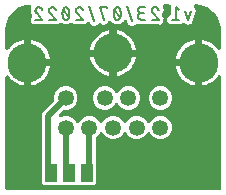
<source format=gbr>
G04 EAGLE Gerber RS-274X export*
G75*
%MOMM*%
%FSLAX34Y34*%
%LPD*%
%INBottom Copper*%
%IPPOS*%
%AMOC8*
5,1,8,0,0,1.08239X$1,22.5*%
G01*
%ADD10C,0.203200*%
%ADD11R,1.000000X1.500000*%
%ADD12C,3.316000*%
%ADD13C,1.350000*%
%ADD14C,0.508000*%

G36*
X184692Y3814D02*
X184692Y3814D01*
X184718Y3812D01*
X184865Y3834D01*
X185012Y3851D01*
X185037Y3859D01*
X185063Y3863D01*
X185201Y3918D01*
X185340Y3968D01*
X185362Y3982D01*
X185387Y3992D01*
X185508Y4077D01*
X185633Y4157D01*
X185651Y4176D01*
X185673Y4191D01*
X185772Y4301D01*
X185875Y4408D01*
X185889Y4430D01*
X185906Y4450D01*
X185978Y4580D01*
X186054Y4707D01*
X186062Y4732D01*
X186075Y4755D01*
X186115Y4898D01*
X186160Y5039D01*
X186162Y5065D01*
X186170Y5090D01*
X186189Y5334D01*
X186189Y99625D01*
X186186Y99651D01*
X186188Y99676D01*
X186166Y99824D01*
X186149Y99971D01*
X186141Y99995D01*
X186137Y100021D01*
X186082Y100159D01*
X186032Y100300D01*
X186018Y100321D01*
X186009Y100345D01*
X185924Y100467D01*
X185843Y100592D01*
X185824Y100610D01*
X185810Y100631D01*
X185699Y100731D01*
X185592Y100835D01*
X185570Y100848D01*
X185551Y100865D01*
X185421Y100937D01*
X185293Y101013D01*
X185269Y101021D01*
X185246Y101034D01*
X185103Y101074D01*
X184961Y101120D01*
X184936Y101122D01*
X184911Y101129D01*
X184762Y101136D01*
X184614Y101148D01*
X184589Y101144D01*
X184563Y101145D01*
X184417Y101118D01*
X184269Y101096D01*
X184245Y101086D01*
X184220Y101082D01*
X184084Y101022D01*
X183945Y100967D01*
X183924Y100953D01*
X183901Y100942D01*
X183781Y100853D01*
X183659Y100768D01*
X183642Y100749D01*
X183622Y100734D01*
X183458Y100553D01*
X182403Y99179D01*
X182403Y99178D01*
X182289Y99030D01*
X180470Y97211D01*
X178429Y95644D01*
X176200Y94358D01*
X173823Y93373D01*
X171338Y92707D01*
X170547Y92603D01*
X170547Y110476D01*
X170546Y110486D01*
X170546Y110490D01*
X170544Y110504D01*
X170546Y110528D01*
X170524Y110675D01*
X170507Y110822D01*
X170499Y110847D01*
X170495Y110873D01*
X170440Y111011D01*
X170390Y111150D01*
X170376Y111172D01*
X170366Y111197D01*
X170281Y111318D01*
X170201Y111443D01*
X170182Y111461D01*
X170167Y111483D01*
X170057Y111582D01*
X169950Y111685D01*
X169928Y111699D01*
X169908Y111716D01*
X169778Y111788D01*
X169651Y111864D01*
X169626Y111872D01*
X169603Y111885D01*
X169460Y111925D01*
X169319Y111970D01*
X169293Y111972D01*
X169268Y111979D01*
X169024Y111999D01*
X167499Y111999D01*
X167499Y112001D01*
X169024Y112001D01*
X169050Y112004D01*
X169076Y112002D01*
X169223Y112024D01*
X169370Y112041D01*
X169395Y112050D01*
X169421Y112053D01*
X169559Y112108D01*
X169698Y112158D01*
X169720Y112173D01*
X169745Y112182D01*
X169866Y112267D01*
X169991Y112347D01*
X170009Y112366D01*
X170031Y112381D01*
X170130Y112491D01*
X170233Y112598D01*
X170247Y112620D01*
X170264Y112640D01*
X170336Y112770D01*
X170412Y112897D01*
X170420Y112922D01*
X170433Y112945D01*
X170473Y113088D01*
X170518Y113229D01*
X170520Y113255D01*
X170528Y113280D01*
X170547Y113524D01*
X170547Y131397D01*
X171338Y131293D01*
X173823Y130627D01*
X176200Y129642D01*
X178429Y128356D01*
X180470Y126789D01*
X182289Y124970D01*
X183458Y123447D01*
X183475Y123429D01*
X183489Y123408D01*
X183596Y123304D01*
X183700Y123197D01*
X183721Y123183D01*
X183740Y123165D01*
X183868Y123089D01*
X183993Y123008D01*
X184017Y123000D01*
X184039Y122987D01*
X184181Y122941D01*
X184321Y122891D01*
X184346Y122888D01*
X184371Y122880D01*
X184519Y122868D01*
X184667Y122851D01*
X184693Y122854D01*
X184718Y122852D01*
X184866Y122875D01*
X185014Y122892D01*
X185037Y122900D01*
X185063Y122904D01*
X185202Y122959D01*
X185342Y123009D01*
X185363Y123023D01*
X185387Y123033D01*
X185509Y123118D01*
X185634Y123199D01*
X185652Y123217D01*
X185673Y123232D01*
X185773Y123342D01*
X185876Y123450D01*
X185889Y123472D01*
X185906Y123491D01*
X185978Y123621D01*
X186055Y123749D01*
X186062Y123773D01*
X186075Y123796D01*
X186116Y123939D01*
X186161Y124081D01*
X186163Y124106D01*
X186170Y124131D01*
X186189Y124375D01*
X186189Y140000D01*
X186184Y140042D01*
X186185Y140120D01*
X185942Y143196D01*
X185931Y143252D01*
X185929Y143309D01*
X185879Y143519D01*
X185876Y143538D01*
X185874Y143542D01*
X185873Y143547D01*
X183971Y149399D01*
X183923Y149505D01*
X183882Y149615D01*
X183843Y149678D01*
X183826Y149716D01*
X183799Y149751D01*
X183755Y149824D01*
X180138Y154801D01*
X180059Y154887D01*
X179987Y154979D01*
X179930Y155028D01*
X179903Y155058D01*
X179866Y155083D01*
X179801Y155138D01*
X174824Y158755D01*
X174722Y158812D01*
X174625Y158877D01*
X174556Y158906D01*
X174520Y158926D01*
X174477Y158939D01*
X174399Y158971D01*
X168547Y160873D01*
X168491Y160884D01*
X168437Y160904D01*
X168224Y160938D01*
X168206Y160942D01*
X168202Y160942D01*
X168196Y160942D01*
X165120Y161185D01*
X165077Y161183D01*
X165000Y161189D01*
X164851Y161189D01*
X164821Y161186D01*
X164791Y161188D01*
X164648Y161166D01*
X164505Y161149D01*
X164476Y161139D01*
X164447Y161135D01*
X164313Y161081D01*
X164177Y161032D01*
X164151Y161016D01*
X164123Y161004D01*
X164005Y160921D01*
X163884Y160843D01*
X163863Y160821D01*
X163838Y160804D01*
X163742Y160696D01*
X163642Y160592D01*
X163626Y160566D01*
X163606Y160544D01*
X163537Y160417D01*
X163463Y160293D01*
X163454Y160264D01*
X163439Y160238D01*
X163401Y160099D01*
X163357Y159961D01*
X163354Y159931D01*
X163346Y159902D01*
X163340Y159758D01*
X163329Y159614D01*
X163333Y159584D01*
X163332Y159554D01*
X163359Y159412D01*
X163380Y159269D01*
X163391Y159241D01*
X163397Y159212D01*
X163488Y158985D01*
X165111Y155740D01*
X162797Y148798D01*
X162793Y148780D01*
X162786Y148763D01*
X162757Y148610D01*
X162725Y148457D01*
X162726Y148438D01*
X162722Y148420D01*
X162729Y148265D01*
X162733Y148108D01*
X162738Y148090D01*
X162738Y148072D01*
X162750Y148024D01*
X162165Y146853D01*
X162152Y146817D01*
X162082Y146654D01*
X161665Y145402D01*
X161544Y145323D01*
X161531Y145310D01*
X161516Y145299D01*
X161410Y145184D01*
X161303Y145071D01*
X161293Y145055D01*
X161281Y145041D01*
X161255Y144999D01*
X160014Y144585D01*
X159979Y144569D01*
X159814Y144503D01*
X158634Y143913D01*
X158492Y143943D01*
X158474Y143942D01*
X158456Y143945D01*
X158300Y143938D01*
X158144Y143935D01*
X158126Y143930D01*
X158108Y143929D01*
X158060Y143918D01*
X156889Y144503D01*
X156853Y144516D01*
X156690Y144585D01*
X155030Y145139D01*
X155001Y145156D01*
X154908Y145185D01*
X154819Y145224D01*
X154743Y145237D01*
X154668Y145261D01*
X154571Y145268D01*
X154476Y145285D01*
X154398Y145281D01*
X154321Y145287D01*
X154225Y145272D01*
X154128Y145267D01*
X154053Y145246D01*
X153976Y145234D01*
X153886Y145198D01*
X153793Y145171D01*
X153725Y145133D01*
X153653Y145104D01*
X153574Y145048D01*
X153489Y145001D01*
X153408Y144932D01*
X153368Y144904D01*
X153345Y144878D01*
X153303Y144842D01*
X152712Y144251D01*
X143418Y144251D01*
X141037Y146632D01*
X141037Y150000D01*
X143554Y152517D01*
X143632Y152616D01*
X143717Y152710D01*
X143740Y152752D01*
X143770Y152790D01*
X143824Y152904D01*
X143886Y153015D01*
X143899Y153061D01*
X143919Y153105D01*
X143946Y153228D01*
X143980Y153350D01*
X143985Y153411D01*
X143993Y153446D01*
X143992Y153494D01*
X144000Y153594D01*
X144000Y158675D01*
X143994Y158724D01*
X143991Y158843D01*
X143881Y159834D01*
X143855Y159948D01*
X143837Y160063D01*
X143816Y160117D01*
X143803Y160174D01*
X143752Y160279D01*
X143709Y160387D01*
X143675Y160435D01*
X143650Y160487D01*
X143576Y160577D01*
X143510Y160673D01*
X143466Y160712D01*
X143429Y160757D01*
X143337Y160828D01*
X143251Y160906D01*
X143200Y160935D01*
X143154Y160970D01*
X143048Y161019D01*
X142946Y161075D01*
X142890Y161091D01*
X142837Y161115D01*
X142722Y161138D01*
X142610Y161170D01*
X142536Y161176D01*
X142495Y161184D01*
X142450Y161183D01*
X142367Y161189D01*
X138387Y161189D01*
X138298Y161179D01*
X138208Y161179D01*
X138125Y161159D01*
X138041Y161149D01*
X137956Y161119D01*
X137868Y161098D01*
X137793Y161060D01*
X137713Y161032D01*
X137637Y160983D01*
X137556Y160943D01*
X137491Y160889D01*
X137420Y160843D01*
X137357Y160778D01*
X137288Y160721D01*
X137237Y160653D01*
X137178Y160592D01*
X137132Y160515D01*
X137077Y160443D01*
X137042Y160366D01*
X136999Y160293D01*
X136972Y160207D01*
X136935Y160125D01*
X136919Y160042D01*
X136893Y159961D01*
X136886Y159871D01*
X136868Y159783D01*
X136872Y159698D01*
X136865Y159614D01*
X136878Y159525D01*
X136882Y159435D01*
X136909Y159319D01*
X136916Y159269D01*
X136927Y159242D01*
X136938Y159197D01*
X137369Y157866D01*
X137369Y157865D01*
X137888Y156264D01*
X136171Y152902D01*
X136144Y152831D01*
X136109Y152764D01*
X136083Y152668D01*
X136049Y152575D01*
X136039Y152500D01*
X136020Y152428D01*
X136017Y152328D01*
X136004Y152230D01*
X136012Y152155D01*
X136009Y152079D01*
X136029Y151982D01*
X136039Y151883D01*
X136064Y151811D01*
X136079Y151738D01*
X136120Y151647D01*
X136152Y151553D01*
X136192Y151489D01*
X136224Y151421D01*
X136312Y151297D01*
X136337Y151258D01*
X136350Y151245D01*
X136366Y151222D01*
X136453Y151121D01*
X136484Y151091D01*
X136536Y151030D01*
X137635Y149932D01*
X137641Y149899D01*
X137687Y149799D01*
X137698Y149769D01*
X137572Y148213D01*
X137573Y148170D01*
X137567Y148090D01*
X137567Y146536D01*
X137548Y146508D01*
X137510Y146405D01*
X137496Y146376D01*
X136307Y145366D01*
X136278Y145334D01*
X136216Y145282D01*
X135118Y144183D01*
X135085Y144177D01*
X134985Y144131D01*
X134955Y144120D01*
X133399Y144246D01*
X133356Y144245D01*
X133276Y144251D01*
X125889Y144251D01*
X125880Y144258D01*
X125863Y144278D01*
X125744Y144367D01*
X125628Y144459D01*
X125604Y144470D01*
X125583Y144486D01*
X125447Y144544D01*
X125313Y144608D01*
X125287Y144613D01*
X125263Y144624D01*
X125117Y144650D01*
X124972Y144681D01*
X124946Y144681D01*
X124920Y144685D01*
X124772Y144678D01*
X124624Y144675D01*
X124598Y144669D01*
X124572Y144667D01*
X124430Y144626D01*
X124286Y144590D01*
X124262Y144578D01*
X124237Y144571D01*
X124108Y144498D01*
X123976Y144430D01*
X123956Y144413D01*
X123933Y144401D01*
X123757Y144251D01*
X117226Y144251D01*
X116387Y144735D01*
X116302Y144772D01*
X116222Y144818D01*
X116143Y144841D01*
X116067Y144874D01*
X115976Y144890D01*
X115888Y144917D01*
X115806Y144922D01*
X115724Y144936D01*
X115632Y144932D01*
X115540Y144937D01*
X115459Y144923D01*
X115376Y144919D01*
X115287Y144893D01*
X115196Y144878D01*
X115121Y144846D01*
X115041Y144823D01*
X114961Y144778D01*
X114875Y144742D01*
X114809Y144693D01*
X114737Y144653D01*
X114669Y144591D01*
X114594Y144537D01*
X114540Y144474D01*
X114479Y144419D01*
X114426Y144343D01*
X114366Y144273D01*
X114309Y144173D01*
X114281Y144132D01*
X114270Y144104D01*
X114245Y144060D01*
X114164Y143886D01*
X110999Y142735D01*
X107948Y144159D01*
X106861Y147148D01*
X106858Y147154D01*
X106856Y147161D01*
X106780Y147310D01*
X106705Y147460D01*
X106701Y147465D01*
X106698Y147471D01*
X106590Y147598D01*
X106483Y147728D01*
X106477Y147732D01*
X106473Y147737D01*
X106339Y147837D01*
X106205Y147939D01*
X106199Y147941D01*
X106193Y147945D01*
X106040Y148012D01*
X105887Y148080D01*
X105880Y148082D01*
X105874Y148084D01*
X105709Y148115D01*
X105544Y148146D01*
X105538Y148146D01*
X105531Y148147D01*
X105363Y148139D01*
X105196Y148133D01*
X105190Y148131D01*
X105183Y148131D01*
X105022Y148085D01*
X104860Y148040D01*
X104854Y148037D01*
X104848Y148035D01*
X104701Y147954D01*
X104554Y147874D01*
X104549Y147869D01*
X104543Y147866D01*
X104417Y147752D01*
X104294Y147642D01*
X104290Y147637D01*
X104285Y147632D01*
X104188Y147493D01*
X104093Y147358D01*
X104090Y147351D01*
X104086Y147346D01*
X103989Y147121D01*
X103804Y146582D01*
X103750Y146544D01*
X103723Y146519D01*
X103718Y146515D01*
X103669Y146486D01*
X100540Y144251D01*
X96529Y144251D01*
X93401Y146486D01*
X93376Y146500D01*
X93367Y146509D01*
X93347Y146521D01*
X93320Y146544D01*
X92883Y146856D01*
X92790Y146908D01*
X92701Y146967D01*
X92638Y146992D01*
X92578Y147025D01*
X92476Y147054D01*
X92376Y147092D01*
X92308Y147101D01*
X92243Y147120D01*
X92136Y147125D01*
X92031Y147139D01*
X91963Y147133D01*
X91895Y147136D01*
X91790Y147117D01*
X91684Y147107D01*
X91619Y147085D01*
X91552Y147073D01*
X91454Y147030D01*
X91353Y146996D01*
X91295Y146961D01*
X91233Y146933D01*
X91147Y146870D01*
X91056Y146814D01*
X91008Y146766D01*
X90953Y146725D01*
X90884Y146643D01*
X90809Y146568D01*
X90758Y146494D01*
X90729Y146459D01*
X90711Y146424D01*
X90672Y146366D01*
X89815Y144850D01*
X86570Y143949D01*
X84537Y145098D01*
X84459Y145131D01*
X84384Y145174D01*
X84298Y145199D01*
X84216Y145234D01*
X84132Y145248D01*
X84050Y145273D01*
X83961Y145278D01*
X83873Y145293D01*
X83787Y145288D01*
X83702Y145293D01*
X83614Y145278D01*
X83525Y145273D01*
X83443Y145248D01*
X83359Y145234D01*
X83276Y145199D01*
X83191Y145174D01*
X83116Y145131D01*
X83038Y145098D01*
X82965Y145045D01*
X82888Y145001D01*
X82825Y144943D01*
X82756Y144893D01*
X82698Y144825D01*
X82632Y144764D01*
X82584Y144694D01*
X82528Y144629D01*
X82465Y144517D01*
X82437Y144476D01*
X82427Y144452D01*
X82407Y144416D01*
X82160Y143886D01*
X78995Y142735D01*
X75944Y144159D01*
X75497Y145388D01*
X75442Y145497D01*
X75395Y145611D01*
X75365Y145653D01*
X75341Y145700D01*
X75263Y145794D01*
X75192Y145893D01*
X75152Y145928D01*
X75119Y145968D01*
X75021Y146042D01*
X74929Y146123D01*
X74883Y146147D01*
X74841Y146179D01*
X74729Y146229D01*
X74621Y146286D01*
X74571Y146299D01*
X74523Y146321D01*
X74402Y146344D01*
X74284Y146375D01*
X74232Y146377D01*
X74180Y146387D01*
X74058Y146382D01*
X73936Y146385D01*
X73885Y146375D01*
X73832Y146373D01*
X73714Y146341D01*
X73594Y146316D01*
X73547Y146294D01*
X73496Y146281D01*
X73389Y146222D01*
X73277Y146171D01*
X73223Y146132D01*
X73190Y146114D01*
X73155Y146083D01*
X73079Y146028D01*
X72299Y145366D01*
X72270Y145334D01*
X72209Y145282D01*
X71110Y144183D01*
X71077Y144177D01*
X70977Y144131D01*
X70947Y144120D01*
X69391Y144246D01*
X69348Y144245D01*
X69268Y144251D01*
X61884Y144251D01*
X60806Y145330D01*
X60747Y145376D01*
X60695Y145430D01*
X60611Y145484D01*
X60533Y145546D01*
X60465Y145578D01*
X60402Y145619D01*
X60308Y145652D01*
X60218Y145695D01*
X60144Y145711D01*
X60073Y145736D01*
X59974Y145747D01*
X59877Y145768D01*
X59802Y145767D01*
X59727Y145776D01*
X59628Y145764D01*
X59528Y145762D01*
X59456Y145744D01*
X59381Y145735D01*
X59287Y145702D01*
X59190Y145677D01*
X59124Y145643D01*
X59053Y145618D01*
X58922Y145539D01*
X58881Y145518D01*
X58867Y145506D01*
X58843Y145492D01*
X57106Y144251D01*
X53096Y144251D01*
X51363Y145489D01*
X51352Y145495D01*
X51341Y145504D01*
X51199Y145580D01*
X51058Y145657D01*
X51045Y145661D01*
X51034Y145667D01*
X50878Y145709D01*
X50723Y145753D01*
X50710Y145753D01*
X50697Y145757D01*
X50536Y145761D01*
X50375Y145769D01*
X50362Y145767D01*
X50348Y145767D01*
X50191Y145735D01*
X50032Y145706D01*
X50020Y145700D01*
X50007Y145698D01*
X49860Y145631D01*
X49713Y145566D01*
X49702Y145558D01*
X49690Y145553D01*
X49491Y145410D01*
X49439Y145366D01*
X49410Y145334D01*
X49349Y145282D01*
X48250Y144183D01*
X48217Y144177D01*
X48117Y144131D01*
X48087Y144120D01*
X46531Y144246D01*
X46488Y144245D01*
X46408Y144251D01*
X39022Y144251D01*
X39013Y144258D01*
X38996Y144278D01*
X38876Y144367D01*
X38760Y144459D01*
X38736Y144470D01*
X38715Y144486D01*
X38579Y144544D01*
X38445Y144608D01*
X38419Y144613D01*
X38395Y144624D01*
X38249Y144650D01*
X38104Y144681D01*
X38078Y144681D01*
X38052Y144685D01*
X37904Y144678D01*
X37756Y144675D01*
X37730Y144669D01*
X37704Y144667D01*
X37562Y144626D01*
X37418Y144590D01*
X37395Y144578D01*
X37369Y144571D01*
X37240Y144498D01*
X37108Y144430D01*
X37088Y144413D01*
X37065Y144401D01*
X36879Y144242D01*
X36820Y144183D01*
X36787Y144177D01*
X36687Y144131D01*
X36657Y144120D01*
X35101Y144246D01*
X35058Y144245D01*
X34978Y144251D01*
X27594Y144251D01*
X25213Y146632D01*
X25213Y150000D01*
X25952Y150739D01*
X26005Y150806D01*
X26066Y150867D01*
X26113Y150942D01*
X26169Y151012D01*
X26205Y151089D01*
X26251Y151162D01*
X26280Y151246D01*
X26318Y151327D01*
X26336Y151411D01*
X26363Y151492D01*
X26372Y151581D01*
X26391Y151668D01*
X26390Y151753D01*
X26398Y151839D01*
X26387Y151927D01*
X26385Y152016D01*
X26364Y152099D01*
X26353Y152184D01*
X26312Y152306D01*
X26300Y152354D01*
X26288Y152377D01*
X26275Y152416D01*
X26255Y152464D01*
X26202Y152556D01*
X26158Y152652D01*
X26105Y152726D01*
X26082Y152767D01*
X26055Y152795D01*
X26015Y152851D01*
X25958Y152918D01*
X25955Y152943D01*
X25951Y153045D01*
X25932Y153115D01*
X25923Y153188D01*
X25872Y153338D01*
X25861Y153381D01*
X25853Y153396D01*
X25845Y153420D01*
X25525Y154168D01*
X25442Y154312D01*
X25360Y154458D01*
X25354Y154465D01*
X25351Y154470D01*
X25335Y154488D01*
X25213Y154631D01*
X25213Y158121D01*
X25634Y158851D01*
X25688Y158975D01*
X25748Y159096D01*
X25757Y159134D01*
X25773Y159170D01*
X25797Y159303D01*
X25828Y159435D01*
X25828Y159475D01*
X25835Y159513D01*
X25828Y159648D01*
X25829Y159784D01*
X25820Y159822D01*
X25818Y159861D01*
X25780Y159992D01*
X25750Y160123D01*
X25733Y160158D01*
X25722Y160196D01*
X25656Y160315D01*
X25596Y160436D01*
X25571Y160466D01*
X25552Y160501D01*
X25461Y160601D01*
X25376Y160706D01*
X25344Y160730D01*
X25318Y160759D01*
X25206Y160836D01*
X25099Y160918D01*
X25063Y160934D01*
X25031Y160957D01*
X24905Y161006D01*
X24782Y161062D01*
X24743Y161070D01*
X24707Y161084D01*
X24572Y161104D01*
X24440Y161130D01*
X24392Y161130D01*
X24362Y161135D01*
X24312Y161130D01*
X24196Y161131D01*
X21804Y160942D01*
X21748Y160931D01*
X21691Y160929D01*
X21480Y160879D01*
X21462Y160876D01*
X21458Y160874D01*
X21453Y160873D01*
X15601Y158971D01*
X15495Y158923D01*
X15385Y158882D01*
X15322Y158843D01*
X15284Y158826D01*
X15249Y158799D01*
X15176Y158755D01*
X10199Y155138D01*
X10113Y155059D01*
X10021Y154987D01*
X9972Y154930D01*
X9942Y154903D01*
X9917Y154866D01*
X9862Y154801D01*
X6245Y149824D01*
X6188Y149722D01*
X6123Y149625D01*
X6094Y149556D01*
X6074Y149520D01*
X6061Y149477D01*
X6029Y149399D01*
X4127Y143547D01*
X4116Y143491D01*
X4096Y143437D01*
X4062Y143224D01*
X4058Y143206D01*
X4058Y143202D01*
X4058Y143196D01*
X3815Y140120D01*
X3817Y140077D01*
X3811Y140000D01*
X3811Y124375D01*
X3814Y124349D01*
X3812Y124324D01*
X3834Y124176D01*
X3851Y124028D01*
X3859Y124004D01*
X3863Y123979D01*
X3918Y123840D01*
X3968Y123700D01*
X3982Y123679D01*
X3991Y123655D01*
X4076Y123533D01*
X4157Y123408D01*
X4175Y123390D01*
X4190Y123369D01*
X4301Y123269D01*
X4408Y123165D01*
X4430Y123152D01*
X4449Y123135D01*
X4579Y123063D01*
X4707Y122987D01*
X4731Y122979D01*
X4754Y122966D01*
X4897Y122926D01*
X5039Y122880D01*
X5064Y122878D01*
X5089Y122871D01*
X5238Y122864D01*
X5386Y122852D01*
X5411Y122856D01*
X5437Y122855D01*
X5583Y122882D01*
X5731Y122904D01*
X5755Y122914D01*
X5780Y122918D01*
X5916Y122978D01*
X6055Y123033D01*
X6076Y123047D01*
X6099Y123058D01*
X6219Y123147D01*
X6341Y123232D01*
X6358Y123251D01*
X6378Y123266D01*
X6542Y123447D01*
X7538Y124744D01*
X7538Y124745D01*
X7711Y124970D01*
X9530Y126789D01*
X11571Y128356D01*
X13800Y129642D01*
X16177Y130627D01*
X18662Y131293D01*
X19453Y131397D01*
X19453Y113524D01*
X19456Y113498D01*
X19454Y113472D01*
X19476Y113325D01*
X19493Y113178D01*
X19501Y113153D01*
X19505Y113127D01*
X19560Y112989D01*
X19610Y112850D01*
X19624Y112828D01*
X19634Y112803D01*
X19719Y112682D01*
X19799Y112557D01*
X19818Y112539D01*
X19833Y112517D01*
X19943Y112418D01*
X20050Y112315D01*
X20072Y112301D01*
X20092Y112284D01*
X20222Y112212D01*
X20349Y112136D01*
X20374Y112128D01*
X20397Y112115D01*
X20540Y112075D01*
X20681Y112030D01*
X20707Y112028D01*
X20732Y112021D01*
X20976Y112001D01*
X22501Y112001D01*
X22501Y111999D01*
X20976Y111999D01*
X20950Y111996D01*
X20924Y111998D01*
X20777Y111976D01*
X20630Y111959D01*
X20605Y111950D01*
X20579Y111947D01*
X20441Y111892D01*
X20302Y111842D01*
X20280Y111827D01*
X20255Y111818D01*
X20134Y111733D01*
X20009Y111653D01*
X19991Y111634D01*
X19969Y111619D01*
X19870Y111509D01*
X19767Y111402D01*
X19753Y111380D01*
X19736Y111360D01*
X19664Y111230D01*
X19588Y111103D01*
X19580Y111078D01*
X19567Y111055D01*
X19527Y110912D01*
X19482Y110771D01*
X19480Y110745D01*
X19472Y110720D01*
X19453Y110476D01*
X19453Y92603D01*
X18662Y92707D01*
X16177Y93373D01*
X13800Y94358D01*
X11571Y95644D01*
X9530Y97211D01*
X7711Y99030D01*
X6542Y100553D01*
X6525Y100571D01*
X6511Y100592D01*
X6403Y100696D01*
X6300Y100803D01*
X6279Y100817D01*
X6260Y100835D01*
X6132Y100911D01*
X6007Y100992D01*
X5983Y101000D01*
X5961Y101013D01*
X5820Y101059D01*
X5679Y101109D01*
X5654Y101112D01*
X5629Y101120D01*
X5481Y101132D01*
X5333Y101149D01*
X5307Y101146D01*
X5282Y101148D01*
X5134Y101126D01*
X4986Y101108D01*
X4962Y101100D01*
X4937Y101096D01*
X4799Y101041D01*
X4658Y100991D01*
X4637Y100977D01*
X4613Y100967D01*
X4491Y100882D01*
X4366Y100801D01*
X4348Y100783D01*
X4327Y100768D01*
X4228Y100658D01*
X4124Y100550D01*
X4111Y100528D01*
X4094Y100510D01*
X4022Y100379D01*
X3945Y100251D01*
X3938Y100227D01*
X3925Y100204D01*
X3885Y100061D01*
X3839Y99919D01*
X3837Y99894D01*
X3830Y99869D01*
X3811Y99625D01*
X3811Y5334D01*
X3814Y5308D01*
X3812Y5282D01*
X3834Y5135D01*
X3851Y4988D01*
X3859Y4963D01*
X3863Y4937D01*
X3918Y4799D01*
X3968Y4660D01*
X3982Y4638D01*
X3992Y4613D01*
X4077Y4492D01*
X4157Y4367D01*
X4176Y4349D01*
X4191Y4327D01*
X4301Y4228D01*
X4408Y4125D01*
X4430Y4111D01*
X4450Y4094D01*
X4580Y4022D01*
X4707Y3946D01*
X4732Y3938D01*
X4755Y3925D01*
X4898Y3885D01*
X5039Y3840D01*
X5065Y3838D01*
X5090Y3830D01*
X5334Y3811D01*
X184666Y3811D01*
X184692Y3814D01*
G37*
%LPC*%
G36*
X36237Y8201D02*
X36237Y8201D01*
X34451Y9987D01*
X34451Y23489D01*
X34451Y23491D01*
X34451Y23493D01*
X34431Y23665D01*
X34411Y23835D01*
X34411Y68112D01*
X35262Y70166D01*
X37048Y71952D01*
X44755Y79659D01*
X44834Y79758D01*
X44918Y79852D01*
X44942Y79894D01*
X44972Y79932D01*
X45026Y80046D01*
X45087Y80157D01*
X45100Y80203D01*
X45121Y80247D01*
X45147Y80370D01*
X45182Y80492D01*
X45187Y80553D01*
X45194Y80588D01*
X45193Y80636D01*
X45201Y80736D01*
X45201Y83949D01*
X46693Y87551D01*
X49449Y90307D01*
X53051Y91799D01*
X56949Y91799D01*
X60551Y90307D01*
X63307Y87551D01*
X64799Y83949D01*
X64799Y80051D01*
X63307Y76449D01*
X60551Y73693D01*
X56949Y72201D01*
X53736Y72201D01*
X53610Y72187D01*
X53484Y72180D01*
X53438Y72167D01*
X53390Y72161D01*
X53271Y72119D01*
X53149Y72084D01*
X53107Y72060D01*
X53062Y72044D01*
X52955Y71975D01*
X52845Y71914D01*
X52799Y71874D01*
X52769Y71855D01*
X52735Y71820D01*
X52659Y71755D01*
X49335Y68432D01*
X49304Y68392D01*
X49267Y68358D01*
X49196Y68256D01*
X49119Y68159D01*
X49097Y68113D01*
X49069Y68072D01*
X49023Y67956D01*
X48970Y67844D01*
X48959Y67794D01*
X48941Y67747D01*
X48923Y67624D01*
X48896Y67503D01*
X48897Y67453D01*
X48890Y67403D01*
X48900Y67278D01*
X48902Y67154D01*
X48915Y67106D01*
X48919Y67055D01*
X48957Y66937D01*
X48987Y66816D01*
X49010Y66772D01*
X49026Y66724D01*
X49090Y66617D01*
X49147Y66507D01*
X49180Y66468D01*
X49206Y66425D01*
X49292Y66336D01*
X49373Y66241D01*
X49413Y66211D01*
X49448Y66175D01*
X49553Y66108D01*
X49653Y66034D01*
X49699Y66014D01*
X49742Y65987D01*
X49859Y65945D01*
X49973Y65896D01*
X50023Y65887D01*
X50070Y65870D01*
X50194Y65856D01*
X50316Y65834D01*
X50367Y65837D01*
X50417Y65831D01*
X50540Y65846D01*
X50664Y65852D01*
X50713Y65866D01*
X50763Y65872D01*
X50995Y65947D01*
X50999Y65949D01*
X53051Y66799D01*
X56949Y66799D01*
X60551Y65307D01*
X63307Y62551D01*
X63593Y61861D01*
X63641Y61773D01*
X63681Y61681D01*
X63726Y61621D01*
X63762Y61556D01*
X63829Y61482D01*
X63889Y61401D01*
X63946Y61353D01*
X63996Y61298D01*
X64079Y61241D01*
X64155Y61176D01*
X64221Y61142D01*
X64283Y61100D01*
X64376Y61063D01*
X64466Y61017D01*
X64538Y60999D01*
X64607Y60972D01*
X64706Y60957D01*
X64804Y60933D01*
X64878Y60932D01*
X64952Y60921D01*
X65052Y60929D01*
X65152Y60928D01*
X65225Y60944D01*
X65299Y60950D01*
X65395Y60981D01*
X65493Y61002D01*
X65560Y61034D01*
X65631Y61057D01*
X65717Y61109D01*
X65808Y61152D01*
X65865Y61198D01*
X65929Y61237D01*
X66002Y61307D01*
X66080Y61369D01*
X66126Y61428D01*
X66179Y61480D01*
X66234Y61564D01*
X66296Y61643D01*
X66342Y61732D01*
X66368Y61773D01*
X66380Y61806D01*
X66407Y61861D01*
X66693Y62551D01*
X69449Y65307D01*
X73051Y66799D01*
X76949Y66799D01*
X80551Y65307D01*
X83307Y62551D01*
X83593Y61861D01*
X83641Y61773D01*
X83681Y61681D01*
X83726Y61621D01*
X83762Y61556D01*
X83829Y61482D01*
X83889Y61401D01*
X83946Y61353D01*
X83996Y61298D01*
X84079Y61241D01*
X84155Y61176D01*
X84221Y61142D01*
X84283Y61100D01*
X84376Y61063D01*
X84466Y61017D01*
X84538Y60999D01*
X84607Y60972D01*
X84706Y60957D01*
X84804Y60933D01*
X84878Y60932D01*
X84952Y60921D01*
X85052Y60929D01*
X85152Y60928D01*
X85225Y60944D01*
X85299Y60950D01*
X85395Y60981D01*
X85493Y61002D01*
X85560Y61034D01*
X85631Y61057D01*
X85717Y61109D01*
X85808Y61152D01*
X85865Y61198D01*
X85929Y61237D01*
X86002Y61307D01*
X86080Y61369D01*
X86126Y61428D01*
X86179Y61480D01*
X86234Y61564D01*
X86296Y61643D01*
X86342Y61732D01*
X86368Y61773D01*
X86380Y61806D01*
X86407Y61861D01*
X86693Y62551D01*
X89449Y65307D01*
X93051Y66799D01*
X96949Y66799D01*
X100551Y65307D01*
X103307Y62551D01*
X103593Y61861D01*
X103642Y61773D01*
X103682Y61681D01*
X103726Y61621D01*
X103762Y61556D01*
X103830Y61482D01*
X103889Y61401D01*
X103946Y61353D01*
X103996Y61298D01*
X104079Y61241D01*
X104155Y61176D01*
X104222Y61142D01*
X104283Y61100D01*
X104376Y61063D01*
X104466Y61017D01*
X104538Y60999D01*
X104607Y60972D01*
X104707Y60957D01*
X104804Y60933D01*
X104878Y60932D01*
X104952Y60921D01*
X105052Y60929D01*
X105152Y60928D01*
X105225Y60944D01*
X105299Y60950D01*
X105395Y60981D01*
X105493Y61002D01*
X105560Y61034D01*
X105631Y61057D01*
X105717Y61109D01*
X105808Y61152D01*
X105866Y61198D01*
X105929Y61237D01*
X106002Y61307D01*
X106080Y61369D01*
X106126Y61428D01*
X106179Y61480D01*
X106234Y61564D01*
X106296Y61643D01*
X106342Y61732D01*
X106368Y61773D01*
X106380Y61807D01*
X106407Y61861D01*
X106693Y62551D01*
X109449Y65307D01*
X113051Y66799D01*
X116949Y66799D01*
X120551Y65307D01*
X123307Y62551D01*
X123593Y61861D01*
X123642Y61773D01*
X123682Y61681D01*
X123726Y61621D01*
X123762Y61556D01*
X123830Y61482D01*
X123889Y61401D01*
X123946Y61353D01*
X123996Y61298D01*
X124079Y61241D01*
X124155Y61176D01*
X124222Y61142D01*
X124283Y61100D01*
X124376Y61063D01*
X124466Y61017D01*
X124538Y60999D01*
X124607Y60972D01*
X124707Y60957D01*
X124804Y60933D01*
X124878Y60932D01*
X124952Y60921D01*
X125052Y60929D01*
X125152Y60928D01*
X125225Y60944D01*
X125299Y60950D01*
X125395Y60981D01*
X125493Y61002D01*
X125560Y61034D01*
X125631Y61057D01*
X125717Y61109D01*
X125808Y61152D01*
X125866Y61198D01*
X125929Y61237D01*
X126002Y61307D01*
X126080Y61369D01*
X126126Y61428D01*
X126179Y61480D01*
X126234Y61564D01*
X126296Y61643D01*
X126342Y61732D01*
X126368Y61773D01*
X126380Y61807D01*
X126407Y61861D01*
X126693Y62551D01*
X129449Y65307D01*
X133051Y66799D01*
X136949Y66799D01*
X140551Y65307D01*
X143307Y62551D01*
X144799Y58949D01*
X144799Y55051D01*
X143307Y51449D01*
X140551Y48693D01*
X136949Y47201D01*
X133051Y47201D01*
X129449Y48693D01*
X126693Y51449D01*
X126407Y52139D01*
X126359Y52227D01*
X126319Y52319D01*
X126274Y52379D01*
X126238Y52444D01*
X126171Y52518D01*
X126111Y52599D01*
X126054Y52647D01*
X126004Y52702D01*
X125921Y52759D01*
X125845Y52824D01*
X125779Y52858D01*
X125717Y52900D01*
X125624Y52937D01*
X125534Y52983D01*
X125462Y53001D01*
X125393Y53028D01*
X125294Y53043D01*
X125196Y53067D01*
X125122Y53068D01*
X125048Y53079D01*
X124948Y53071D01*
X124848Y53072D01*
X124775Y53056D01*
X124701Y53050D01*
X124605Y53019D01*
X124507Y52998D01*
X124440Y52966D01*
X124369Y52943D01*
X124283Y52891D01*
X124192Y52848D01*
X124135Y52802D01*
X124071Y52763D01*
X123998Y52693D01*
X123920Y52631D01*
X123874Y52572D01*
X123821Y52520D01*
X123766Y52436D01*
X123704Y52357D01*
X123658Y52268D01*
X123632Y52227D01*
X123620Y52194D01*
X123593Y52139D01*
X123307Y51449D01*
X120551Y48693D01*
X116949Y47201D01*
X113051Y47201D01*
X109449Y48693D01*
X106693Y51449D01*
X106407Y52139D01*
X106359Y52227D01*
X106319Y52319D01*
X106274Y52379D01*
X106238Y52444D01*
X106171Y52518D01*
X106111Y52599D01*
X106054Y52647D01*
X106004Y52702D01*
X105921Y52759D01*
X105845Y52824D01*
X105779Y52858D01*
X105717Y52900D01*
X105624Y52937D01*
X105534Y52983D01*
X105462Y53001D01*
X105393Y53028D01*
X105294Y53043D01*
X105196Y53067D01*
X105122Y53068D01*
X105048Y53079D01*
X104948Y53071D01*
X104848Y53072D01*
X104775Y53056D01*
X104701Y53050D01*
X104605Y53019D01*
X104507Y52998D01*
X104440Y52966D01*
X104369Y52943D01*
X104283Y52891D01*
X104192Y52848D01*
X104135Y52802D01*
X104071Y52763D01*
X103998Y52693D01*
X103920Y52631D01*
X103874Y52572D01*
X103821Y52520D01*
X103766Y52436D01*
X103704Y52357D01*
X103658Y52268D01*
X103632Y52227D01*
X103620Y52194D01*
X103593Y52139D01*
X103307Y51449D01*
X100551Y48693D01*
X96949Y47201D01*
X93051Y47201D01*
X89449Y48693D01*
X86693Y51449D01*
X86407Y52139D01*
X86358Y52227D01*
X86318Y52319D01*
X86274Y52379D01*
X86238Y52444D01*
X86170Y52518D01*
X86111Y52599D01*
X86054Y52647D01*
X86004Y52702D01*
X85921Y52759D01*
X85845Y52824D01*
X85778Y52858D01*
X85717Y52900D01*
X85624Y52937D01*
X85534Y52983D01*
X85462Y53001D01*
X85393Y53028D01*
X85293Y53043D01*
X85196Y53067D01*
X85122Y53068D01*
X85048Y53079D01*
X84948Y53071D01*
X84848Y53072D01*
X84775Y53056D01*
X84701Y53050D01*
X84605Y53019D01*
X84507Y52998D01*
X84440Y52966D01*
X84369Y52943D01*
X84283Y52891D01*
X84192Y52848D01*
X84134Y52802D01*
X84071Y52763D01*
X83998Y52693D01*
X83920Y52631D01*
X83874Y52572D01*
X83821Y52520D01*
X83766Y52436D01*
X83704Y52357D01*
X83658Y52268D01*
X83632Y52227D01*
X83620Y52193D01*
X83593Y52139D01*
X83307Y51449D01*
X81035Y49177D01*
X80956Y49078D01*
X80872Y48985D01*
X80848Y48942D01*
X80818Y48904D01*
X80764Y48790D01*
X80703Y48679D01*
X80690Y48633D01*
X80669Y48589D01*
X80643Y48466D01*
X80608Y48344D01*
X80603Y48283D01*
X80596Y48249D01*
X80597Y48201D01*
X80589Y48100D01*
X80589Y23806D01*
X80569Y23737D01*
X80569Y23735D01*
X80568Y23733D01*
X80549Y23489D01*
X80549Y9987D01*
X78763Y8201D01*
X66237Y8201D01*
X66077Y8361D01*
X66057Y8378D01*
X66040Y8398D01*
X65920Y8486D01*
X65804Y8578D01*
X65780Y8589D01*
X65759Y8605D01*
X65623Y8663D01*
X65489Y8727D01*
X65463Y8732D01*
X65439Y8743D01*
X65293Y8769D01*
X65148Y8800D01*
X65122Y8800D01*
X65096Y8804D01*
X64948Y8797D01*
X64800Y8794D01*
X64774Y8788D01*
X64748Y8787D01*
X64606Y8745D01*
X64462Y8709D01*
X64438Y8697D01*
X64413Y8690D01*
X64284Y8618D01*
X64152Y8550D01*
X64132Y8533D01*
X64109Y8520D01*
X63923Y8361D01*
X63763Y8201D01*
X51237Y8201D01*
X51077Y8361D01*
X51057Y8378D01*
X51040Y8398D01*
X50920Y8486D01*
X50804Y8578D01*
X50780Y8589D01*
X50759Y8605D01*
X50623Y8663D01*
X50489Y8727D01*
X50463Y8732D01*
X50439Y8743D01*
X50293Y8769D01*
X50148Y8800D01*
X50122Y8800D01*
X50096Y8804D01*
X49948Y8797D01*
X49800Y8794D01*
X49774Y8788D01*
X49748Y8787D01*
X49606Y8745D01*
X49462Y8709D01*
X49439Y8697D01*
X49413Y8690D01*
X49284Y8618D01*
X49152Y8550D01*
X49132Y8533D01*
X49109Y8520D01*
X48923Y8361D01*
X48763Y8201D01*
X36237Y8201D01*
G37*
%LPD*%
%LPC*%
G36*
X86051Y72201D02*
X86051Y72201D01*
X82449Y73693D01*
X79693Y76449D01*
X78201Y80051D01*
X78201Y83949D01*
X79693Y87551D01*
X82449Y90307D01*
X86051Y91799D01*
X89949Y91799D01*
X93551Y90307D01*
X96307Y87551D01*
X96593Y86861D01*
X96642Y86773D01*
X96682Y86681D01*
X96726Y86621D01*
X96762Y86556D01*
X96830Y86482D01*
X96889Y86401D01*
X96946Y86353D01*
X96996Y86298D01*
X97079Y86241D01*
X97155Y86176D01*
X97222Y86142D01*
X97283Y86100D01*
X97376Y86063D01*
X97466Y86017D01*
X97538Y85999D01*
X97607Y85972D01*
X97707Y85957D01*
X97804Y85933D01*
X97878Y85932D01*
X97952Y85921D01*
X98052Y85929D01*
X98152Y85928D01*
X98225Y85944D01*
X98299Y85950D01*
X98395Y85981D01*
X98493Y86002D01*
X98560Y86034D01*
X98631Y86057D01*
X98717Y86109D01*
X98808Y86152D01*
X98866Y86199D01*
X98929Y86237D01*
X99001Y86307D01*
X99080Y86369D01*
X99126Y86428D01*
X99179Y86480D01*
X99234Y86564D01*
X99296Y86643D01*
X99342Y86732D01*
X99368Y86773D01*
X99380Y86807D01*
X99407Y86861D01*
X99693Y87551D01*
X102449Y90307D01*
X106051Y91799D01*
X109949Y91799D01*
X113551Y90307D01*
X116307Y87551D01*
X117799Y83949D01*
X117799Y80051D01*
X116307Y76449D01*
X113551Y73693D01*
X109949Y72201D01*
X106051Y72201D01*
X102449Y73693D01*
X99693Y76449D01*
X99407Y77139D01*
X99359Y77227D01*
X99319Y77319D01*
X99274Y77379D01*
X99238Y77444D01*
X99171Y77518D01*
X99111Y77599D01*
X99054Y77647D01*
X99004Y77702D01*
X98921Y77759D01*
X98845Y77824D01*
X98778Y77858D01*
X98717Y77900D01*
X98624Y77937D01*
X98534Y77983D01*
X98462Y78001D01*
X98393Y78028D01*
X98294Y78043D01*
X98196Y78067D01*
X98122Y78068D01*
X98048Y78079D01*
X97948Y78071D01*
X97848Y78072D01*
X97775Y78056D01*
X97701Y78050D01*
X97605Y78019D01*
X97507Y77998D01*
X97440Y77966D01*
X97369Y77943D01*
X97283Y77891D01*
X97192Y77848D01*
X97134Y77801D01*
X97071Y77763D01*
X96999Y77693D01*
X96920Y77631D01*
X96874Y77572D01*
X96821Y77520D01*
X96766Y77436D01*
X96704Y77357D01*
X96658Y77267D01*
X96632Y77227D01*
X96621Y77194D01*
X96593Y77139D01*
X96307Y76449D01*
X93551Y73693D01*
X89949Y72201D01*
X86051Y72201D01*
G37*
%LPD*%
%LPC*%
G36*
X133051Y72201D02*
X133051Y72201D01*
X129449Y73693D01*
X126693Y76449D01*
X125201Y80051D01*
X125201Y83949D01*
X126693Y87551D01*
X129449Y90307D01*
X133051Y91799D01*
X136949Y91799D01*
X140551Y90307D01*
X143307Y87551D01*
X144799Y83949D01*
X144799Y80051D01*
X143307Y76449D01*
X140551Y73693D01*
X136949Y72201D01*
X133051Y72201D01*
G37*
%LPD*%
%LPC*%
G36*
X98047Y123047D02*
X98047Y123047D01*
X98047Y139397D01*
X98838Y139293D01*
X101323Y138627D01*
X103700Y137642D01*
X105929Y136356D01*
X107970Y134789D01*
X109789Y132970D01*
X111356Y130929D01*
X112642Y128700D01*
X113627Y126323D01*
X114293Y123838D01*
X114397Y123047D01*
X98047Y123047D01*
G37*
%LPD*%
%LPC*%
G36*
X25547Y115047D02*
X25547Y115047D01*
X25547Y131397D01*
X26338Y131293D01*
X28823Y130627D01*
X31200Y129642D01*
X33429Y128356D01*
X35470Y126789D01*
X37289Y124970D01*
X38856Y122929D01*
X40142Y120700D01*
X41127Y118323D01*
X41793Y115838D01*
X41897Y115047D01*
X25547Y115047D01*
G37*
%LPD*%
%LPC*%
G36*
X75603Y123047D02*
X75603Y123047D01*
X75707Y123838D01*
X76373Y126323D01*
X77358Y128700D01*
X78644Y130929D01*
X79743Y132361D01*
X80211Y132970D01*
X82030Y134789D01*
X84071Y136356D01*
X86300Y137642D01*
X88677Y138627D01*
X91162Y139293D01*
X91953Y139397D01*
X91953Y123047D01*
X75603Y123047D01*
G37*
%LPD*%
%LPC*%
G36*
X98047Y116953D02*
X98047Y116953D01*
X114397Y116953D01*
X114293Y116162D01*
X113627Y113677D01*
X112642Y111300D01*
X111356Y109071D01*
X110778Y108318D01*
X110777Y108318D01*
X109789Y107030D01*
X107970Y105211D01*
X105929Y103644D01*
X103700Y102358D01*
X101323Y101373D01*
X98838Y100707D01*
X98047Y100603D01*
X98047Y116953D01*
G37*
%LPD*%
%LPC*%
G36*
X25547Y108953D02*
X25547Y108953D01*
X41897Y108953D01*
X41793Y108162D01*
X41127Y105677D01*
X40142Y103300D01*
X38856Y101071D01*
X38572Y100702D01*
X37403Y99179D01*
X37403Y99178D01*
X37289Y99030D01*
X35470Y97211D01*
X33429Y95644D01*
X31200Y94358D01*
X28823Y93373D01*
X26338Y92707D01*
X25547Y92603D01*
X25547Y108953D01*
G37*
%LPD*%
%LPC*%
G36*
X148103Y115047D02*
X148103Y115047D01*
X148207Y115838D01*
X148873Y118323D01*
X149858Y120700D01*
X151144Y122929D01*
X151369Y123221D01*
X152538Y124744D01*
X152538Y124745D01*
X152711Y124970D01*
X154530Y126789D01*
X156571Y128356D01*
X158800Y129642D01*
X161177Y130627D01*
X163662Y131293D01*
X164453Y131397D01*
X164453Y115047D01*
X148103Y115047D01*
G37*
%LPD*%
%LPC*%
G36*
X91162Y100707D02*
X91162Y100707D01*
X88677Y101373D01*
X86300Y102358D01*
X84071Y103644D01*
X82030Y105211D01*
X80211Y107030D01*
X78644Y109071D01*
X77358Y111300D01*
X76373Y113677D01*
X75707Y116162D01*
X75603Y116953D01*
X91953Y116953D01*
X91953Y100603D01*
X91162Y100707D01*
G37*
%LPD*%
%LPC*%
G36*
X163662Y92707D02*
X163662Y92707D01*
X161177Y93373D01*
X158800Y94358D01*
X156571Y95644D01*
X154530Y97211D01*
X152711Y99030D01*
X151144Y101071D01*
X149858Y103300D01*
X148873Y105677D01*
X148207Y108162D01*
X148103Y108953D01*
X164453Y108953D01*
X164453Y92603D01*
X163662Y92707D01*
G37*
%LPD*%
%LPC*%
G36*
X94999Y119999D02*
X94999Y119999D01*
X94999Y120001D01*
X95001Y120001D01*
X95001Y119999D01*
X94999Y119999D01*
G37*
%LPD*%
D10*
X160722Y155428D02*
X158352Y148316D01*
X155981Y155428D01*
X151028Y156613D02*
X148065Y158984D01*
X148065Y148316D01*
X151028Y148316D02*
X145101Y148316D01*
X130242Y158984D02*
X130140Y158982D01*
X130038Y158976D01*
X129936Y158966D01*
X129835Y158953D01*
X129734Y158935D01*
X129634Y158914D01*
X129535Y158889D01*
X129437Y158860D01*
X129340Y158827D01*
X129245Y158791D01*
X129151Y158751D01*
X129059Y158707D01*
X128968Y158660D01*
X128879Y158609D01*
X128792Y158556D01*
X128708Y158498D01*
X128625Y158438D01*
X128545Y158375D01*
X128468Y158308D01*
X128393Y158239D01*
X128320Y158166D01*
X128251Y158091D01*
X128184Y158014D01*
X128121Y157934D01*
X128061Y157851D01*
X128003Y157767D01*
X127950Y157680D01*
X127899Y157591D01*
X127852Y157500D01*
X127808Y157408D01*
X127768Y157314D01*
X127732Y157218D01*
X127699Y157122D01*
X127670Y157024D01*
X127645Y156925D01*
X127624Y156825D01*
X127606Y156724D01*
X127593Y156623D01*
X127583Y156521D01*
X127577Y156419D01*
X127575Y156317D01*
X130242Y158984D02*
X130358Y158982D01*
X130475Y158976D01*
X130591Y158966D01*
X130706Y158952D01*
X130821Y158935D01*
X130936Y158913D01*
X131049Y158887D01*
X131162Y158858D01*
X131274Y158825D01*
X131384Y158788D01*
X131493Y158747D01*
X131601Y158703D01*
X131707Y158655D01*
X131811Y158603D01*
X131914Y158548D01*
X132015Y158490D01*
X132113Y158428D01*
X132210Y158363D01*
X132304Y158294D01*
X132396Y158222D01*
X132485Y158148D01*
X132572Y158070D01*
X132656Y157989D01*
X132737Y157906D01*
X132815Y157820D01*
X132891Y157731D01*
X132963Y157640D01*
X133032Y157546D01*
X133098Y157450D01*
X133161Y157352D01*
X133220Y157252D01*
X133276Y157150D01*
X133328Y157046D01*
X133377Y156940D01*
X133422Y156832D01*
X133464Y156724D01*
X133501Y156613D01*
X128464Y154242D02*
X128389Y154316D01*
X128317Y154393D01*
X128248Y154473D01*
X128181Y154555D01*
X128118Y154639D01*
X128058Y154726D01*
X128001Y154814D01*
X127947Y154905D01*
X127897Y154998D01*
X127850Y155092D01*
X127807Y155188D01*
X127767Y155286D01*
X127731Y155385D01*
X127698Y155485D01*
X127670Y155587D01*
X127645Y155689D01*
X127623Y155793D01*
X127606Y155897D01*
X127592Y156001D01*
X127583Y156106D01*
X127577Y156212D01*
X127575Y156317D01*
X128464Y154243D02*
X133502Y148316D01*
X127575Y148316D01*
X122072Y148316D02*
X119109Y148316D01*
X119002Y148318D01*
X118895Y148324D01*
X118789Y148333D01*
X118683Y148347D01*
X118577Y148364D01*
X118472Y148385D01*
X118368Y148410D01*
X118265Y148439D01*
X118163Y148471D01*
X118062Y148507D01*
X117963Y148547D01*
X117865Y148590D01*
X117769Y148637D01*
X117674Y148687D01*
X117581Y148740D01*
X117491Y148797D01*
X117402Y148857D01*
X117316Y148920D01*
X117232Y148986D01*
X117150Y149056D01*
X117071Y149128D01*
X116995Y149203D01*
X116921Y149281D01*
X116851Y149361D01*
X116783Y149444D01*
X116718Y149529D01*
X116657Y149616D01*
X116598Y149706D01*
X116543Y149798D01*
X116491Y149891D01*
X116443Y149987D01*
X116398Y150084D01*
X116356Y150182D01*
X116319Y150282D01*
X116284Y150384D01*
X116254Y150486D01*
X116227Y150590D01*
X116204Y150694D01*
X116185Y150800D01*
X116170Y150906D01*
X116158Y151012D01*
X116150Y151119D01*
X116146Y151226D01*
X116146Y151332D01*
X116150Y151439D01*
X116158Y151546D01*
X116170Y151652D01*
X116185Y151758D01*
X116204Y151864D01*
X116227Y151968D01*
X116254Y152072D01*
X116284Y152174D01*
X116319Y152276D01*
X116356Y152376D01*
X116398Y152474D01*
X116443Y152571D01*
X116491Y152667D01*
X116543Y152761D01*
X116598Y152852D01*
X116657Y152942D01*
X116718Y153029D01*
X116783Y153114D01*
X116851Y153197D01*
X116921Y153277D01*
X116995Y153355D01*
X117071Y153430D01*
X117150Y153502D01*
X117232Y153572D01*
X117316Y153638D01*
X117402Y153701D01*
X117491Y153761D01*
X117581Y153818D01*
X117674Y153871D01*
X117769Y153921D01*
X117865Y153968D01*
X117963Y154011D01*
X118062Y154051D01*
X118163Y154087D01*
X118265Y154119D01*
X118368Y154148D01*
X118472Y154173D01*
X118577Y154194D01*
X118683Y154211D01*
X118789Y154225D01*
X118895Y154234D01*
X119002Y154240D01*
X119109Y154242D01*
X118516Y158984D02*
X122072Y158984D01*
X118516Y158984D02*
X118419Y158982D01*
X118323Y158976D01*
X118227Y158966D01*
X118131Y158952D01*
X118036Y158935D01*
X117941Y158913D01*
X117848Y158888D01*
X117756Y158859D01*
X117665Y158826D01*
X117575Y158789D01*
X117487Y158749D01*
X117401Y158705D01*
X117317Y158658D01*
X117234Y158608D01*
X117154Y158554D01*
X117076Y158496D01*
X117000Y158436D01*
X116927Y158373D01*
X116857Y158307D01*
X116789Y158237D01*
X116724Y158166D01*
X116662Y158091D01*
X116604Y158014D01*
X116548Y157935D01*
X116496Y157854D01*
X116447Y157770D01*
X116401Y157685D01*
X116359Y157598D01*
X116321Y157509D01*
X116286Y157419D01*
X116255Y157327D01*
X116228Y157234D01*
X116204Y157141D01*
X116185Y157046D01*
X116169Y156950D01*
X116157Y156854D01*
X116149Y156758D01*
X116145Y156661D01*
X116145Y156565D01*
X116149Y156468D01*
X116157Y156372D01*
X116169Y156276D01*
X116185Y156180D01*
X116204Y156085D01*
X116228Y155992D01*
X116255Y155899D01*
X116286Y155807D01*
X116321Y155717D01*
X116359Y155628D01*
X116401Y155541D01*
X116447Y155456D01*
X116496Y155372D01*
X116548Y155291D01*
X116604Y155212D01*
X116662Y155135D01*
X116724Y155060D01*
X116789Y154989D01*
X116857Y154919D01*
X116927Y154853D01*
X117000Y154790D01*
X117076Y154730D01*
X117154Y154672D01*
X117234Y154618D01*
X117317Y154568D01*
X117401Y154521D01*
X117487Y154477D01*
X117575Y154437D01*
X117665Y154400D01*
X117756Y154367D01*
X117848Y154338D01*
X117941Y154313D01*
X118036Y154291D01*
X118131Y154274D01*
X118227Y154260D01*
X118323Y154250D01*
X118419Y154244D01*
X118516Y154242D01*
X118516Y154243D02*
X120887Y154243D01*
X111192Y147131D02*
X106451Y160169D01*
X100609Y157502D02*
X100699Y157313D01*
X100784Y157121D01*
X100864Y156927D01*
X100940Y156731D01*
X101012Y156534D01*
X101078Y156335D01*
X101140Y156134D01*
X101197Y155932D01*
X101249Y155729D01*
X101296Y155524D01*
X101338Y155319D01*
X101376Y155112D01*
X101408Y154905D01*
X101435Y154697D01*
X101458Y154488D01*
X101475Y154279D01*
X101488Y154070D01*
X101495Y153860D01*
X101498Y153650D01*
X100609Y157502D02*
X100578Y157587D01*
X100544Y157671D01*
X100506Y157753D01*
X100464Y157834D01*
X100419Y157913D01*
X100371Y157990D01*
X100320Y158065D01*
X100266Y158137D01*
X100209Y158208D01*
X100149Y158276D01*
X100086Y158341D01*
X100021Y158404D01*
X99953Y158464D01*
X99882Y158521D01*
X99810Y158575D01*
X99735Y158627D01*
X99658Y158675D01*
X99579Y158720D01*
X99498Y158761D01*
X99416Y158799D01*
X99332Y158834D01*
X99247Y158865D01*
X99161Y158893D01*
X99074Y158917D01*
X98985Y158937D01*
X98896Y158954D01*
X98806Y158967D01*
X98716Y158977D01*
X98626Y158982D01*
X98535Y158984D01*
X98444Y158982D01*
X98354Y158977D01*
X98264Y158967D01*
X98174Y158954D01*
X98085Y158937D01*
X97996Y158917D01*
X97909Y158893D01*
X97823Y158865D01*
X97738Y158834D01*
X97654Y158799D01*
X97572Y158761D01*
X97491Y158720D01*
X97412Y158675D01*
X97335Y158627D01*
X97260Y158576D01*
X97188Y158521D01*
X97117Y158464D01*
X97049Y158404D01*
X96984Y158341D01*
X96921Y158276D01*
X96861Y158208D01*
X96804Y158137D01*
X96750Y158065D01*
X96699Y157990D01*
X96651Y157913D01*
X96606Y157834D01*
X96564Y157753D01*
X96526Y157671D01*
X96492Y157587D01*
X96461Y157502D01*
X96371Y157313D01*
X96286Y157121D01*
X96206Y156927D01*
X96130Y156731D01*
X96058Y156534D01*
X95992Y156335D01*
X95930Y156134D01*
X95873Y155932D01*
X95821Y155729D01*
X95774Y155524D01*
X95732Y155319D01*
X95694Y155112D01*
X95662Y154905D01*
X95635Y154697D01*
X95612Y154488D01*
X95595Y154279D01*
X95582Y154070D01*
X95575Y153860D01*
X95572Y153650D01*
X101498Y153650D02*
X101495Y153440D01*
X101488Y153230D01*
X101475Y153021D01*
X101458Y152812D01*
X101435Y152603D01*
X101408Y152395D01*
X101376Y152188D01*
X101338Y151981D01*
X101296Y151776D01*
X101249Y151571D01*
X101197Y151368D01*
X101140Y151166D01*
X101078Y150965D01*
X101012Y150766D01*
X100940Y150569D01*
X100864Y150373D01*
X100784Y150179D01*
X100699Y149988D01*
X100609Y149798D01*
X100578Y149713D01*
X100544Y149629D01*
X100506Y149547D01*
X100464Y149466D01*
X100419Y149387D01*
X100371Y149310D01*
X100320Y149235D01*
X100266Y149163D01*
X100209Y149092D01*
X100149Y149024D01*
X100086Y148959D01*
X100021Y148896D01*
X99953Y148836D01*
X99882Y148779D01*
X99810Y148724D01*
X99735Y148673D01*
X99658Y148625D01*
X99579Y148580D01*
X99498Y148539D01*
X99416Y148501D01*
X99332Y148466D01*
X99247Y148435D01*
X99161Y148407D01*
X99074Y148383D01*
X98985Y148363D01*
X98896Y148346D01*
X98806Y148333D01*
X98716Y148323D01*
X98626Y148318D01*
X98535Y148316D01*
X96461Y149798D02*
X96371Y149988D01*
X96286Y150179D01*
X96206Y150373D01*
X96130Y150569D01*
X96058Y150766D01*
X95992Y150965D01*
X95930Y151166D01*
X95873Y151368D01*
X95821Y151571D01*
X95774Y151776D01*
X95732Y151981D01*
X95694Y152188D01*
X95662Y152395D01*
X95635Y152603D01*
X95612Y152812D01*
X95595Y153021D01*
X95582Y153230D01*
X95575Y153440D01*
X95572Y153650D01*
X96461Y149798D02*
X96492Y149713D01*
X96526Y149629D01*
X96565Y149547D01*
X96606Y149466D01*
X96651Y149387D01*
X96699Y149310D01*
X96750Y149235D01*
X96804Y149163D01*
X96861Y149092D01*
X96921Y149024D01*
X96984Y148959D01*
X97049Y148896D01*
X97117Y148836D01*
X97188Y148779D01*
X97260Y148724D01*
X97335Y148673D01*
X97412Y148625D01*
X97491Y148580D01*
X97572Y148539D01*
X97654Y148501D01*
X97738Y148466D01*
X97823Y148435D01*
X97909Y148407D01*
X97996Y148383D01*
X98085Y148363D01*
X98174Y148346D01*
X98264Y148333D01*
X98354Y148323D01*
X98444Y148318D01*
X98535Y148316D01*
X100905Y150687D02*
X96164Y156613D01*
X90068Y157799D02*
X90068Y158984D01*
X84142Y158984D01*
X87105Y148316D01*
X79189Y147131D02*
X74447Y160169D01*
X66235Y158984D02*
X66133Y158982D01*
X66031Y158976D01*
X65929Y158966D01*
X65828Y158953D01*
X65727Y158935D01*
X65627Y158914D01*
X65528Y158889D01*
X65430Y158860D01*
X65334Y158827D01*
X65238Y158791D01*
X65144Y158751D01*
X65052Y158707D01*
X64961Y158660D01*
X64872Y158609D01*
X64785Y158556D01*
X64701Y158498D01*
X64618Y158438D01*
X64538Y158375D01*
X64461Y158308D01*
X64386Y158239D01*
X64313Y158166D01*
X64244Y158091D01*
X64177Y158014D01*
X64114Y157934D01*
X64054Y157851D01*
X63996Y157767D01*
X63943Y157680D01*
X63892Y157591D01*
X63845Y157500D01*
X63801Y157408D01*
X63761Y157314D01*
X63725Y157218D01*
X63692Y157122D01*
X63663Y157024D01*
X63638Y156925D01*
X63617Y156825D01*
X63599Y156724D01*
X63586Y156623D01*
X63576Y156521D01*
X63570Y156419D01*
X63568Y156317D01*
X66235Y158984D02*
X66351Y158982D01*
X66468Y158976D01*
X66584Y158966D01*
X66699Y158952D01*
X66814Y158935D01*
X66929Y158913D01*
X67042Y158887D01*
X67155Y158858D01*
X67267Y158825D01*
X67377Y158788D01*
X67486Y158747D01*
X67594Y158703D01*
X67700Y158655D01*
X67804Y158603D01*
X67907Y158548D01*
X68008Y158490D01*
X68106Y158428D01*
X68203Y158363D01*
X68297Y158294D01*
X68389Y158222D01*
X68478Y158148D01*
X68565Y158070D01*
X68649Y157989D01*
X68730Y157906D01*
X68808Y157820D01*
X68884Y157731D01*
X68956Y157640D01*
X69025Y157546D01*
X69091Y157450D01*
X69154Y157352D01*
X69213Y157252D01*
X69269Y157150D01*
X69321Y157046D01*
X69370Y156940D01*
X69415Y156832D01*
X69457Y156724D01*
X69494Y156614D01*
X64456Y154242D02*
X64381Y154316D01*
X64309Y154393D01*
X64240Y154473D01*
X64173Y154555D01*
X64110Y154639D01*
X64050Y154726D01*
X63993Y154814D01*
X63939Y154905D01*
X63889Y154998D01*
X63842Y155092D01*
X63799Y155188D01*
X63759Y155286D01*
X63723Y155385D01*
X63690Y155485D01*
X63662Y155587D01*
X63637Y155689D01*
X63615Y155793D01*
X63598Y155897D01*
X63584Y156001D01*
X63575Y156106D01*
X63569Y156212D01*
X63567Y156317D01*
X64457Y154243D02*
X69494Y148316D01*
X63568Y148316D01*
X58064Y153650D02*
X58061Y153860D01*
X58054Y154070D01*
X58041Y154279D01*
X58024Y154488D01*
X58001Y154697D01*
X57974Y154905D01*
X57942Y155112D01*
X57904Y155319D01*
X57862Y155524D01*
X57815Y155729D01*
X57763Y155932D01*
X57706Y156134D01*
X57644Y156335D01*
X57578Y156534D01*
X57506Y156731D01*
X57430Y156927D01*
X57350Y157121D01*
X57265Y157313D01*
X57175Y157502D01*
X57144Y157587D01*
X57110Y157671D01*
X57072Y157753D01*
X57030Y157834D01*
X56985Y157913D01*
X56937Y157990D01*
X56886Y158065D01*
X56832Y158137D01*
X56775Y158208D01*
X56715Y158276D01*
X56652Y158341D01*
X56587Y158404D01*
X56519Y158464D01*
X56448Y158521D01*
X56376Y158575D01*
X56301Y158627D01*
X56224Y158675D01*
X56145Y158720D01*
X56064Y158761D01*
X55982Y158799D01*
X55898Y158834D01*
X55813Y158865D01*
X55727Y158893D01*
X55640Y158917D01*
X55551Y158937D01*
X55462Y158954D01*
X55372Y158967D01*
X55282Y158977D01*
X55192Y158982D01*
X55101Y158984D01*
X55010Y158982D01*
X54920Y158977D01*
X54830Y158967D01*
X54740Y158954D01*
X54651Y158937D01*
X54562Y158917D01*
X54475Y158893D01*
X54389Y158865D01*
X54304Y158834D01*
X54220Y158799D01*
X54138Y158761D01*
X54057Y158720D01*
X53978Y158675D01*
X53901Y158627D01*
X53826Y158576D01*
X53754Y158521D01*
X53683Y158464D01*
X53615Y158404D01*
X53550Y158341D01*
X53487Y158276D01*
X53427Y158208D01*
X53370Y158137D01*
X53316Y158065D01*
X53265Y157990D01*
X53217Y157913D01*
X53172Y157834D01*
X53130Y157753D01*
X53092Y157671D01*
X53058Y157587D01*
X53027Y157502D01*
X52937Y157313D01*
X52852Y157121D01*
X52772Y156927D01*
X52696Y156731D01*
X52624Y156534D01*
X52558Y156335D01*
X52496Y156134D01*
X52439Y155932D01*
X52387Y155729D01*
X52340Y155524D01*
X52298Y155319D01*
X52260Y155112D01*
X52228Y154905D01*
X52201Y154697D01*
X52178Y154488D01*
X52161Y154279D01*
X52148Y154070D01*
X52141Y153860D01*
X52138Y153650D01*
X58064Y153650D02*
X58061Y153440D01*
X58054Y153230D01*
X58041Y153021D01*
X58024Y152812D01*
X58001Y152603D01*
X57974Y152395D01*
X57942Y152188D01*
X57904Y151981D01*
X57862Y151776D01*
X57815Y151571D01*
X57763Y151368D01*
X57706Y151166D01*
X57644Y150965D01*
X57578Y150766D01*
X57506Y150569D01*
X57430Y150373D01*
X57350Y150179D01*
X57265Y149988D01*
X57175Y149798D01*
X57144Y149713D01*
X57110Y149629D01*
X57072Y149547D01*
X57030Y149466D01*
X56985Y149387D01*
X56937Y149310D01*
X56886Y149235D01*
X56832Y149163D01*
X56775Y149092D01*
X56715Y149024D01*
X56652Y148959D01*
X56587Y148896D01*
X56519Y148836D01*
X56448Y148779D01*
X56376Y148724D01*
X56301Y148673D01*
X56224Y148625D01*
X56145Y148580D01*
X56064Y148539D01*
X55982Y148501D01*
X55898Y148466D01*
X55813Y148435D01*
X55727Y148407D01*
X55640Y148383D01*
X55551Y148363D01*
X55462Y148346D01*
X55372Y148333D01*
X55282Y148323D01*
X55192Y148318D01*
X55101Y148316D01*
X53027Y149798D02*
X52937Y149988D01*
X52852Y150179D01*
X52772Y150373D01*
X52696Y150569D01*
X52624Y150766D01*
X52558Y150965D01*
X52496Y151166D01*
X52439Y151368D01*
X52387Y151571D01*
X52340Y151776D01*
X52298Y151981D01*
X52260Y152188D01*
X52228Y152395D01*
X52201Y152603D01*
X52178Y152812D01*
X52161Y153021D01*
X52148Y153230D01*
X52141Y153440D01*
X52138Y153650D01*
X53027Y149798D02*
X53058Y149713D01*
X53092Y149629D01*
X53131Y149547D01*
X53172Y149466D01*
X53217Y149387D01*
X53265Y149310D01*
X53316Y149235D01*
X53370Y149163D01*
X53427Y149092D01*
X53487Y149024D01*
X53550Y148959D01*
X53615Y148896D01*
X53683Y148836D01*
X53754Y148779D01*
X53826Y148724D01*
X53901Y148673D01*
X53978Y148625D01*
X54057Y148580D01*
X54138Y148539D01*
X54220Y148501D01*
X54304Y148466D01*
X54389Y148435D01*
X54475Y148407D01*
X54562Y148383D01*
X54651Y148363D01*
X54740Y148346D01*
X54830Y148333D01*
X54920Y148323D01*
X55010Y148318D01*
X55101Y148316D01*
X57472Y150687D02*
X52730Y156613D01*
X43375Y158984D02*
X43273Y158982D01*
X43171Y158976D01*
X43069Y158966D01*
X42968Y158953D01*
X42867Y158935D01*
X42767Y158914D01*
X42668Y158889D01*
X42570Y158860D01*
X42473Y158827D01*
X42378Y158791D01*
X42284Y158751D01*
X42192Y158707D01*
X42101Y158660D01*
X42012Y158609D01*
X41925Y158556D01*
X41841Y158498D01*
X41758Y158438D01*
X41678Y158375D01*
X41601Y158308D01*
X41526Y158239D01*
X41453Y158166D01*
X41384Y158091D01*
X41317Y158014D01*
X41254Y157934D01*
X41194Y157851D01*
X41136Y157767D01*
X41083Y157680D01*
X41032Y157591D01*
X40985Y157500D01*
X40941Y157408D01*
X40901Y157314D01*
X40865Y157218D01*
X40832Y157122D01*
X40803Y157024D01*
X40778Y156925D01*
X40757Y156825D01*
X40739Y156724D01*
X40726Y156623D01*
X40716Y156521D01*
X40710Y156419D01*
X40708Y156317D01*
X43375Y158984D02*
X43491Y158982D01*
X43608Y158976D01*
X43724Y158966D01*
X43839Y158952D01*
X43954Y158935D01*
X44069Y158913D01*
X44182Y158887D01*
X44295Y158858D01*
X44407Y158825D01*
X44517Y158788D01*
X44626Y158747D01*
X44734Y158703D01*
X44840Y158655D01*
X44944Y158603D01*
X45047Y158548D01*
X45148Y158490D01*
X45246Y158428D01*
X45343Y158363D01*
X45437Y158294D01*
X45529Y158222D01*
X45618Y158148D01*
X45705Y158070D01*
X45789Y157989D01*
X45870Y157906D01*
X45948Y157820D01*
X46024Y157731D01*
X46096Y157640D01*
X46165Y157546D01*
X46231Y157450D01*
X46294Y157352D01*
X46353Y157252D01*
X46409Y157150D01*
X46461Y157046D01*
X46510Y156940D01*
X46555Y156832D01*
X46597Y156724D01*
X46634Y156613D01*
X41596Y154242D02*
X41521Y154316D01*
X41449Y154393D01*
X41380Y154473D01*
X41313Y154555D01*
X41250Y154639D01*
X41190Y154726D01*
X41133Y154814D01*
X41079Y154905D01*
X41029Y154998D01*
X40982Y155092D01*
X40939Y155188D01*
X40899Y155286D01*
X40863Y155385D01*
X40830Y155485D01*
X40802Y155587D01*
X40777Y155689D01*
X40755Y155793D01*
X40738Y155897D01*
X40724Y156001D01*
X40715Y156106D01*
X40709Y156212D01*
X40707Y156317D01*
X41597Y154243D02*
X46634Y148316D01*
X40708Y148316D01*
X31945Y158984D02*
X31843Y158982D01*
X31741Y158976D01*
X31639Y158966D01*
X31538Y158953D01*
X31437Y158935D01*
X31337Y158914D01*
X31238Y158889D01*
X31140Y158860D01*
X31043Y158827D01*
X30948Y158791D01*
X30854Y158751D01*
X30762Y158707D01*
X30671Y158660D01*
X30582Y158609D01*
X30495Y158556D01*
X30411Y158498D01*
X30328Y158438D01*
X30248Y158375D01*
X30171Y158308D01*
X30096Y158239D01*
X30023Y158166D01*
X29954Y158091D01*
X29887Y158014D01*
X29824Y157934D01*
X29764Y157851D01*
X29706Y157767D01*
X29653Y157680D01*
X29602Y157591D01*
X29555Y157500D01*
X29511Y157408D01*
X29471Y157314D01*
X29435Y157218D01*
X29402Y157122D01*
X29373Y157024D01*
X29348Y156925D01*
X29327Y156825D01*
X29309Y156724D01*
X29296Y156623D01*
X29286Y156521D01*
X29280Y156419D01*
X29278Y156317D01*
X31945Y158984D02*
X32061Y158982D01*
X32178Y158976D01*
X32294Y158966D01*
X32409Y158952D01*
X32524Y158935D01*
X32639Y158913D01*
X32752Y158887D01*
X32865Y158858D01*
X32977Y158825D01*
X33087Y158788D01*
X33196Y158747D01*
X33304Y158703D01*
X33410Y158655D01*
X33514Y158603D01*
X33617Y158548D01*
X33718Y158490D01*
X33816Y158428D01*
X33913Y158363D01*
X34007Y158294D01*
X34099Y158222D01*
X34188Y158148D01*
X34275Y158070D01*
X34359Y157989D01*
X34440Y157906D01*
X34518Y157820D01*
X34594Y157731D01*
X34666Y157640D01*
X34735Y157546D01*
X34801Y157450D01*
X34864Y157352D01*
X34923Y157252D01*
X34979Y157150D01*
X35031Y157046D01*
X35080Y156940D01*
X35125Y156832D01*
X35167Y156724D01*
X35204Y156613D01*
X30166Y154242D02*
X30091Y154316D01*
X30019Y154393D01*
X29950Y154473D01*
X29883Y154555D01*
X29820Y154639D01*
X29760Y154726D01*
X29703Y154814D01*
X29649Y154905D01*
X29599Y154998D01*
X29552Y155092D01*
X29509Y155188D01*
X29469Y155286D01*
X29433Y155385D01*
X29400Y155485D01*
X29372Y155587D01*
X29347Y155689D01*
X29325Y155793D01*
X29308Y155897D01*
X29294Y156001D01*
X29285Y156106D01*
X29279Y156212D01*
X29277Y156317D01*
X30167Y154243D02*
X35204Y148316D01*
X29278Y148316D01*
D11*
X57500Y18750D03*
X72500Y18750D03*
X42500Y18750D03*
D12*
X95000Y120000D03*
D13*
X135000Y82000D03*
X108000Y82000D03*
X88000Y82000D03*
X55000Y82000D03*
X135000Y57000D03*
X55000Y57000D03*
X75000Y57000D03*
X115000Y57000D03*
X95000Y57000D03*
D12*
X167500Y112000D03*
X22500Y112000D03*
D14*
X55000Y57000D02*
X55000Y25000D01*
X75000Y25000D02*
X75000Y57000D01*
X55000Y82000D02*
X40000Y67000D01*
X40000Y25000D01*
M02*

</source>
